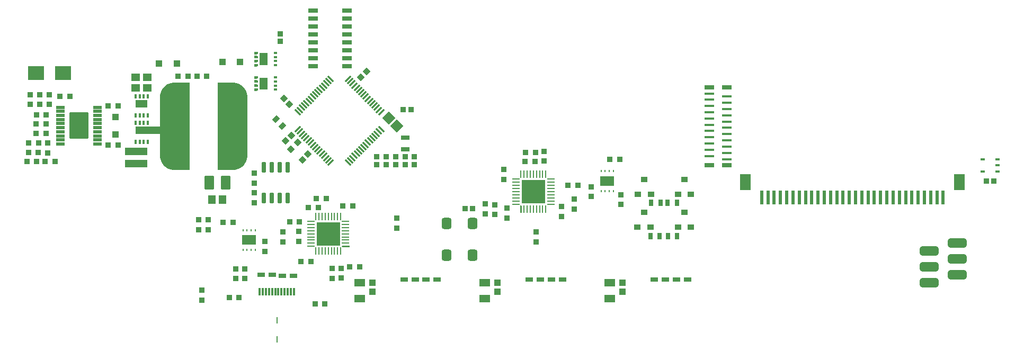
<source format=gtp>
G04 =========================================*
G04 Numerical Innovations - Layer Information*
G04 Units: English*
G04 Purpose: Paste Top*
G04 =========================================*
G04 FAB 3000 Version 8.3.44 (64-bit) - Gerber/CAM Software*
G04 RS274-X Output*
%FSLAX35Y35*%
%MIA0B0*%
%MOIN*%
%SFA1.000000B1.000000*%

%IPPOS*%
%AMROUNDEDRECTD27*
4,1,4,-0.023755,-0.000500,
0.023755,-0.000500,
0.023755,0.000500,
-0.023755,0.000500,
-0.023755,-0.000500,0.0*
4,1,4,-0.019045,-0.004710,
0.019045,-0.004710,
0.019045,0.004710,
-0.019045,0.004710,
-0.019045,-0.004710,0.0*
1,1,0.009420,-0.019050,0.000000*
1,1,0.009420,0.019050,0.000000*
1,1,0.009420,0.019050,0.000000*
1,1,0.009420,-0.019050,0.000000*
%
%AMROUNDEDRECTD28*
4,1,4,-0.004710,-0.019045,
0.004710,-0.019045,
0.004710,0.019045,
-0.004710,0.019045,
-0.004710,-0.019045,0.0*
4,1,4,-0.000500,-0.023755,
0.000500,-0.023755,
0.000500,0.023755,
-0.000500,0.023755,
-0.000500,-0.023755,0.0*
1,1,0.009420,0.000000,0.019050*
1,1,0.009420,0.000000,0.019050*
1,1,0.009420,0.000000,-0.019050*
1,1,0.009420,0.000000,-0.019050*
%
%AMROUNDEDRECTD31*
4,1,4,-0.019045,0.004710,
-0.019045,-0.004710,
0.019045,-0.004710,
0.019045,0.004710,
-0.019045,0.004710,0.0*
4,1,4,-0.023755,0.000500,
-0.023755,-0.000500,
0.023755,-0.000500,
0.023755,0.000500,
-0.023755,0.000500,0.0*
1,1,0.009420,0.019050,0.000000*
1,1,0.009420,0.019050,0.000000*
1,1,0.009420,-0.019050,0.000000*
1,1,0.009420,-0.019050,0.000000*
%
%AMROUNDEDRECTD32*
4,1,4,-0.000500,0.023755,
-0.000500,-0.023755,
0.000500,-0.023755,
0.000500,0.023755,
-0.000500,0.023755,0.0*
4,1,4,-0.004710,0.019045,
-0.004710,-0.019045,
0.004710,-0.019045,
0.004710,0.019045,
-0.004710,0.019045,0.0*
1,1,0.009420,0.000000,0.019050*
1,1,0.009420,0.000000,-0.019050*
1,1,0.009420,0.000000,-0.019050*
1,1,0.009420,0.000000,0.019050*
%
%AMROUNDEDRECTD38*
4,1,4,-0.011810,-0.030475,
0.011810,-0.030475,
0.011810,0.030475,
-0.011810,0.030475,
-0.011810,-0.030475,0.0*
4,1,4,-0.009805,-0.032480,
0.009805,-0.032480,
0.009805,0.032480,
-0.009805,0.032480,
-0.009805,-0.032480,0.0*
1,1,0.004020,-0.009800,0.030470*
1,1,0.004020,0.009800,0.030470*
1,1,0.004020,0.009800,-0.030470*
1,1,0.004020,-0.009800,-0.030470*
%
%AMDIAMOND39*
4,1,4,-0.026445,0.000000,
0.000000,-0.026445,
0.026445,0.000000,
0.000000,0.026445,
-0.026445,0.000000,0.0*
%
%AMROTATEDRECTD40*
4,1,5,-0.024360,0.000700,
-0.000700,0.024360,
0.024360,-0.000700,
0.000700,-0.024360,
-0.024360,0.000700,
-0.024360,0.000700,0.0*
%
%AMROTATEDRECTD43*
4,1,5,0.002780,0.025060,
0.025060,0.002780,
-0.002780,-0.025060,
-0.025060,-0.002780,
0.002780,0.025060,
0.002780,0.025060,0.0*
%
%AMROTATEDRECTD44*
4,1,5,0.000700,0.042450,
0.042450,0.000700,
-0.000700,-0.042450,
-0.042450,-0.000700,
0.000700,0.042450,
0.000700,0.042450,0.0*
%
%AMROUNDEDRECTD47*
4,1,4,-0.044290,0.029530,
-0.044290,-0.029530,
0.044290,-0.029530,
0.044290,0.029530,
-0.044290,0.029530,0.0*
4,1,4,-0.059055,0.014765,
-0.059055,-0.014765,
0.059055,-0.014765,
0.059055,0.014765,
-0.059055,0.014765,0.0*
1,1,0.029530,0.044290,0.014760*
1,1,0.029530,0.044290,-0.014760*
1,1,0.029530,-0.044290,-0.014760*
1,1,0.029530,-0.044290,0.014760*
%
%AMROUNDEDRECTD57*
4,1,4,0.015750,-0.035435,
0.015750,0.035435,
-0.015750,0.035435,
-0.015750,-0.035435,
0.015750,-0.035435,0.0*
4,1,4,0.031495,-0.019685,
0.031495,0.019685,
-0.031495,0.019685,
-0.031495,-0.019685,
0.031495,-0.019685,0.0*
1,1,0.031500,-0.015750,-0.019680*
1,1,0.031500,-0.015750,0.019680*
1,1,0.031500,0.015750,0.019680*
1,1,0.031500,0.015750,-0.019680*
%
%AMROUNDEDRECTD58*
4,1,4,0.025590,0.011220,
-0.025590,0.011220,
-0.025590,-0.011220,
0.025590,-0.011220,
0.025590,0.011220,0.0*
4,1,4,0.021850,0.014960,
-0.021850,0.014960,
-0.021850,-0.014960,
0.021850,-0.014960,
0.021850,0.014960,0.0*
1,1,0.007480,0.021850,-0.011220*
1,1,0.007480,-0.021850,-0.011220*
1,1,0.007480,-0.021850,0.011220*
1,1,0.007480,0.021850,0.011220*
%
%AMROUNDEDRECTD62*
4,1,4,0.025690,-0.042325,
0.025690,0.042325,
-0.025690,0.042325,
-0.025690,-0.042325,
0.025690,-0.042325,0.0*
4,1,4,0.028545,-0.039470,
0.028545,0.039470,
-0.028545,0.039470,
-0.028545,-0.039470,
0.028545,-0.039470,0.0*
1,1,0.005710,-0.025690,-0.039470*
1,1,0.005710,-0.025690,0.039470*
1,1,0.005710,0.025690,0.039470*
1,1,0.005710,0.025690,-0.039470*
%
%AMROUNDEDRECTD63*
4,1,4,-0.025610,0.008860,
-0.025610,-0.008860,
0.025610,-0.008860,
0.025610,0.008860,
-0.025610,0.008860,0.0*
4,1,4,-0.027560,0.006910,
-0.027560,-0.006910,
0.027560,-0.006910,
0.027560,0.006910,
-0.027560,0.006910,0.0*
1,1,0.003900,0.025610,0.006910*
1,1,0.003900,0.025610,-0.006910*
1,1,0.003900,-0.025610,-0.006910*
1,1,0.003900,-0.025610,0.006910*
%
%AMROUNDEDRECTD64*
4,1,4,0.059055,0.080905,
-0.059055,0.080905,
-0.059055,-0.080905,
0.059055,-0.080905,
0.059055,0.080905,0.0*
4,1,4,0.057285,0.082675,
-0.057285,0.082675,
-0.057285,-0.082675,
0.057285,-0.082675,
0.057285,0.082675,0.0*
1,1,0.003540,0.057280,-0.080910*
1,1,0.003540,-0.057280,-0.080910*
1,1,0.003540,-0.057280,0.080910*
1,1,0.003540,0.057280,0.080910*
%
%AMOVALD65*
4,1,4,-0.011137,-0.019488,
0.019488,0.011137,
0.011137,0.019488,
-0.019488,-0.011137,
-0.011137,-0.019488,0.0*
1,1,0.011810,0.015310,0.015310*
1,1,0.011810,-0.015310,-0.015310*
%
%AMOVALD66*
4,1,4,-0.019488,0.011137,
0.011137,-0.019488,
0.019488,-0.011137,
-0.011137,0.019488,
-0.019488,0.011137,0.0*
1,1,0.011810,0.015310,-0.015310*
1,1,0.011810,-0.015310,0.015310*
%
%AMDIAMOND67*
4,1,4,0.000000,0.026445,
-0.026445,0.000000,
0.000000,-0.026445,
0.026445,0.000000,
0.000000,0.026445,0.0*
%
%AMROUNDEDRECTD125*
4,1,4,0.019685,0.011810,
-0.019685,0.011810,
-0.019685,-0.011810,
0.019685,-0.011810,
0.019685,0.011810,0.0*
4,1,4,0.000500,0.031495,
-0.000500,0.031495,
-0.000500,-0.031495,
0.000500,-0.031495,
0.000500,0.031495,0.0*
1,1,0.039370,0.000000,-0.011810*
1,1,0.039370,0.000000,-0.011810*
1,1,0.039370,0.000000,0.011810*
1,1,0.039370,0.000000,0.011810*
%
%ADD10C,0.010000*%
%ADD11C,0.009840*%
%ADD12C,0.007870*%
%ADD13C,0.019680*%
%ADD14C,0.023620*%
%ADD15C,0.003940*%
%ADD16C,0.005000*%
%ADD17C,0.005910*%
%ADD18R,0.095860X0.095860*%
%ADD19R,0.095860X0.095860*%
%ADD20R,0.043310X0.043310*%
%ADD21R,0.043310X0.043310*%
%ADD22R,0.039370X0.035430*%
%ADD23R,0.031500X0.039370*%
%ADD24R,0.061020X0.025590*%
%ADD25R,0.151580X0.151580*%
%ADD26C,0.008480*%
%ADD27ROUNDEDRECTD27*%
%ADD28ROUNDEDRECTD28*%
%ADD29R,0.035430X0.037400*%
%ADD30R,0.033470X0.035430*%
%ADD31ROUNDEDRECTD31*%
%ADD32ROUNDEDRECTD32*%
%ADD33R,0.151580X0.151580*%
%ADD34R,0.035430X0.033470*%
%ADD35R,0.088580X0.059060*%
%ADD36O,0.009840X0.019680*%
%ADD37R,0.037400X0.035430*%
%ADD38ROUNDEDRECTD38*%
%ADD39DIAMOND39*%
%ADD40ROTATEDRECTD40*%
%ADD41R,0.098430X0.090550*%
%ADD42R,0.023620X0.016930*%
%ADD43ROTATEDRECTD43*%
%ADD44ROTATEDRECTD44*%
%ADD45R,0.013390X0.025590*%
%ADD46R,0.013390X0.031500*%
%ADD47ROUNDEDRECTD47*%
%ADD48R,0.070870X0.049210*%
%ADD49R,0.050000X0.030000*%
%ADD50R,0.043310X0.039370*%
%ADD51R,0.037400X0.037400*%
%ADD52R,0.027560X0.017720*%
%ADD53R,0.059060X0.015750*%
%ADD54R,0.059060X0.031500*%
%ADD55R,0.023620X0.086610*%
%ADD56R,0.070870X0.102360*%
%ADD57ROUNDEDRECTD57*%
%ADD58ROUNDEDRECTD58*%
%ADD59R,0.037400X0.037400*%
%ADD60R,0.055120X0.047240*%
%ADD61R,0.047240X0.055120*%
%ADD62ROUNDEDRECTD62*%
%ADD63ROUNDEDRECTD63*%
%ADD64ROUNDEDRECTD64*%
%ADD65OVALD65*%
%ADD66OVALD66*%
%ADD67DIAMOND67*%
%ADD68C,0.168310*%
%ADD69R,0.141730X0.051180*%
%ADD70R,0.007870X0.039370*%
%ADD71R,0.011810X0.047240*%
%ADD72C,0.047240*%
%ADD73R,0.074410X0.051580*%
%ADD104R,0.047240X0.047240*%
%ADD107R,0.047240X0.047240*%
%ADD115O,0.078870X0.067060*%
%ADD116C,0.008000*%
%ADD117C,0.084770*%
%ADD118R,0.084770X0.084770*%
%ADD119C,0.049340*%
%ADD120C,0.063910*%
%ADD121C,0.143830*%
%ADD122C,0.118240*%
%ADD123C,0.165480*%
%ADD124C,0.133980*%
%ADD125ROUNDEDRECTD125*%
%ADD126C,0.025590*%
%ADD127C,0.007870*%
%ADD128C,0.015750*%
%ADD129C,0.039370*%
%ADD130C,0.013780*%
%ADD131C,0.011810*%
%ADD132R,0.090160X0.067320*%
%ADD133O,0.070870X0.059060*%
%ADD134C,0.076770*%
%ADD135R,0.076770X0.076770*%
%ADD136C,0.041340*%
%ADD137C,0.055910*%
%ADD138C,0.135830*%
%ADD139C,0.110240*%
%ADD140C,0.157480*%
%ADD141C,0.125980*%
%ADD142C,0.031500*%
%ADD143C,0.055120*%
%ADD144C,0.019680*%
%ADD145C,0.007000*%
%ADD146C,0.001000*%
%LNuP-H Main PCBA Assy V04_0*%
%LPD*%
G54D61*
X156102Y221457D03*
G54D28*
X237117Y210960D03*
X235148D03*
X233179D03*
X231211D03*
X229242D03*
X227274D03*
X225306D03*
X223337D03*
X221368D03*
G54D37*
X341732Y210022D03*
X375984Y210809D03*
X272475Y209966D03*
G54D57*
X320079Y206403D03*
X303543D03*
G54D42*
X196125Y290806D03*
Y293365D03*
Y295924D03*
Y298483D03*
Y306201D03*
Y308760D03*
Y311319D03*
Y313878D03*
G54D43*
X196231Y272121D03*
G54D53*
X479921Y286417D03*
G54D65*
X254176Y285006D03*
X252785Y286398D03*
X251393Y287790D03*
G54D66*
X221048D03*
X219656Y286398D03*
X218264Y285006D03*
G54D67*
X201213Y285076D03*
G54D29*
X244685Y217717D03*
X238386D03*
G54D66*
X248609Y251878D03*
X247217Y250486D03*
X245825Y249094D03*
X244433Y247702D03*
X243041Y246310D03*
X241649Y244918D03*
X250001Y253270D03*
X251393Y254662D03*
X252785Y256054D03*
X254176Y257446D03*
G54D39*
X205906Y261970D03*
G54D65*
X209913Y265797D03*
X211305Y264405D03*
X212697Y263014D03*
G54D43*
X200407Y267945D03*
G54D66*
X216873Y283614D03*
X215480Y282222D03*
X214089Y280831D03*
X212697Y279438D03*
X211305Y278047D03*
X209913Y276655D03*
G54D67*
X204693Y281596D03*
G54D64*
X72280Y268120D03*
G54D21*
X95311Y262511D03*
X95313Y273532D03*
G54D29*
X90784Y280593D03*
X97083D03*
X90784Y255817D03*
X97083D03*
G54D63*
X83894Y256604D03*
Y259163D03*
Y261722D03*
Y264282D03*
Y279636D03*
Y277077D03*
Y274518D03*
Y271959D03*
Y269400D03*
Y266841D03*
G54D44*
X272398Y267977D03*
G54D66*
X262528Y265797D03*
X261136Y264405D03*
X259744Y263014D03*
X258352Y261622D03*
G54D23*
X442763Y219685D03*
G54D55*
X557087Y223031D03*
X553150D03*
X549213D03*
X545276D03*
X541339D03*
X537402D03*
X513779D03*
X521654D03*
X525591D03*
X533464D03*
X529528D03*
X517717D03*
G54D24*
X219578Y310728D03*
Y315728D03*
Y320728D03*
Y325728D03*
Y330728D03*
Y335728D03*
Y340728D03*
X241035D03*
Y335728D03*
Y330728D03*
Y325728D03*
Y320728D03*
Y315728D03*
Y310728D03*
G54D59*
X198916Y321105D03*
Y326027D03*
G54D54*
X479921Y292323D03*
X468898D03*
G54D53*
Y288386D03*
G54D44*
X267387Y272988D03*
G54D51*
X281201Y278346D03*
X276279D03*
G54D65*
X262528Y276655D03*
X261136Y278047D03*
X259744Y279438D03*
X258352Y280831D03*
X256960Y282222D03*
X255569Y283614D03*
G54D53*
X468898Y264764D03*
Y272638D03*
X479921Y270669D03*
Y282480D03*
X468898Y284449D03*
X479921Y278543D03*
X468898Y280512D03*
X479921Y274606D03*
X468898Y276575D03*
X479921Y266732D03*
X468898Y268701D03*
G54D55*
X561024Y223031D03*
X564961D03*
X568898D03*
X572835D03*
X576772D03*
X580709D03*
X584646D03*
X588583D03*
X592520D03*
X596457D03*
X600394D03*
X604331D03*
G54D51*
X643209Y233268D03*
X648130D03*
G54D52*
X640945Y239370D03*
Y246850D03*
X650394D03*
Y243110D03*
G54D55*
X608268Y223031D03*
X612205D03*
G54D56*
X626378Y232480D03*
G54D55*
X616142Y223031D03*
G54D52*
X650394Y239370D03*
G54D25*
X229242Y200032D03*
G54D28*
X221368Y189104D03*
G54D30*
X220866Y156024D03*
G54D70*
X196850Y133465D03*
Y145669D03*
G54D37*
X360039Y201105D03*
Y194806D03*
X272475Y203666D03*
G54D48*
X327764Y169390D03*
Y159350D03*
G54D50*
X335630Y169193D03*
G54D57*
X320079Y186403D03*
X303543D03*
G54D50*
X335630Y163484D03*
G54D49*
X297791Y171260D03*
X290791D03*
X277012D03*
X284012D03*
X355752D03*
X362752D03*
G54D34*
X147638Y202658D03*
Y208760D03*
X149606Y164469D03*
Y158366D03*
G54D37*
X153543Y202559D03*
Y208858D03*
G54D46*
X107972Y257874D03*
X110531D03*
G54D69*
X108268Y251772D03*
Y244291D03*
G54D62*
X154331Y232283D03*
G54D46*
X115650Y257874D03*
X113091D03*
G36*
X141929Y240158D02*
G01X132579D01*
X131658D01*
X129851Y240517D01*
X128150Y241222D01*
X126618Y242245D01*
X125316Y243547D01*
X124293Y245079D01*
X123588Y246780D01*
X123228Y248587D01*
Y249508D01*
Y285925D01*
Y286846D01*
X123588Y288653D01*
X124293Y290354D01*
X125316Y291886D01*
X126618Y293188D01*
X128150Y294211D01*
X129851Y294916D01*
X131658Y295276D01*
X132579D01*
X141929D01*
Y240158D01*
G37*
G54D68*
X132579Y267717D03*
G54D73*
X111811Y265335D03*
G54D72*
X114821Y265302D02*
G01X124696D01*
G54D46*
X107972Y274409D03*
X110531D03*
X113091D03*
X115650D03*
G54D73*
X111810Y281870D03*
G54D45*
X115650Y269980D03*
X113091D03*
X110531D03*
X107972D03*
G54D20*
X133859Y307086D03*
X122834Y307087D03*
G54D29*
X140945Y299213D03*
X134646D03*
G54D30*
X146555D03*
X152657D03*
G54D60*
X107874Y291929D03*
Y298622D03*
X115354Y291929D03*
Y298622D03*
G54D45*
X115650Y286516D03*
X113091D03*
X110531D03*
X107972D03*
G54D29*
X227953Y222146D03*
X221654D03*
X223039Y216672D03*
X216740D03*
G54D38*
X203558Y241915D03*
X198558D03*
X203558Y222624D03*
X198558D03*
G54D39*
X212869Y246639D03*
G54D65*
X225224Y250486D03*
X226616Y249094D03*
X228008Y247702D03*
X229400Y246310D03*
X230792Y244918D03*
G54D39*
X216349Y250119D03*
G54D65*
X221048Y254662D03*
X222440Y253270D03*
X223832Y251878D03*
G54D40*
X205807Y253354D03*
G54D65*
X218264Y257446D03*
X219656Y256054D03*
X216873Y258838D03*
X215480Y260230D03*
X214089Y261622D03*
G54D40*
X210122Y257669D03*
G54D39*
X202426Y258490D03*
G54D37*
X182672Y219671D03*
Y225971D03*
G54D62*
X164567Y232283D03*
G54D61*
X162795Y221457D03*
G54D38*
X188558Y222624D03*
X193558D03*
X188558Y241915D03*
X193558D03*
G54D37*
X182672Y231876D03*
Y238175D03*
G36*
X168996Y295276D02*
G01X169917D01*
X171723Y294916D01*
X173425Y294211D01*
X174957Y293188D01*
X176259Y291886D01*
X177282Y290354D01*
X177987Y288653D01*
X178347Y286846D01*
Y285925D01*
Y249508D01*
Y248587D01*
X177987Y246780D01*
X177282Y245079D01*
X176259Y243547D01*
X174957Y242245D01*
X173425Y241222D01*
X171723Y240517D01*
X169917Y240158D01*
X168996D01*
X159646D01*
Y295276D01*
X168996D01*
G37*
G54D68*
Y267717D03*
G54D32*
X350394Y237485D03*
X352362D03*
X354331D03*
X356299D03*
X358268D03*
X360236D03*
X362205D03*
X364173D03*
X366142D03*
G54D30*
X359599Y251117D03*
X353497D03*
G54D34*
X364961Y251870D03*
G54D66*
X255569Y258838D03*
X256960Y260230D03*
G54D58*
X277559Y260433D03*
Y253386D03*
G54D30*
X167028Y159843D03*
X173130D03*
G54D34*
X176772Y171752D03*
Y177854D03*
X170866Y171752D03*
Y177854D03*
G54D49*
X193956Y174256D03*
G54D71*
X187992Y163701D03*
X189961D03*
X195866D03*
X193898D03*
X191929D03*
X186024D03*
G54D49*
X186956Y174256D03*
G54D29*
X169191Y207291D03*
X162892D03*
G54D34*
X189270Y188984D03*
Y195087D03*
G54D36*
X183266Y189969D03*
X180707D03*
X178148D03*
X175589D03*
Y202370D03*
X178148D03*
X180707D03*
X183266D03*
G54D35*
X179427Y196169D03*
G54D63*
X60666Y277077D03*
G54D29*
X66572Y286624D03*
X60273D03*
G54D34*
X53580Y287707D03*
Y281604D03*
X47674D03*
G54D63*
X60666Y279636D03*
G54D41*
X45472Y301378D03*
X62402D03*
G54D34*
X41769Y281604D03*
Y287707D03*
X47674D03*
G54D32*
X364173Y215629D03*
G54D33*
X358268Y226557D03*
G54D29*
X379921Y230494D03*
X386220D03*
G54D31*
X369196Y234431D03*
Y232463D03*
Y230494D03*
Y228526D03*
Y226557D03*
G54D37*
X375984Y217108D03*
X383858Y221833D03*
Y215534D03*
G54D32*
X366142Y215629D03*
G54D31*
X369196Y218683D03*
Y220652D03*
Y222620D03*
Y224589D03*
G54D22*
X427953Y213517D03*
X424016Y224935D03*
X432283D03*
X428150Y234384D03*
G54D23*
X438386Y219685D03*
X432480D03*
G54D34*
X413386Y224687D03*
X394685Y223408D03*
Y229510D03*
G54D35*
X404752Y233250D03*
G54D36*
X408591Y227049D03*
X406032D03*
X403473D03*
X400913D03*
G54D34*
X413386Y218585D03*
G54D37*
X328051Y212665D03*
Y218965D03*
G54D51*
X320146Y215748D03*
X315224D03*
G54D34*
X333858Y218191D03*
Y212089D03*
G54D37*
X339567Y234234D03*
G54D29*
X46887Y257097D03*
X40587D03*
G54D30*
X40686Y251191D03*
G54D37*
X52595Y257293D03*
Y250994D03*
G54D63*
X60666Y256604D03*
Y259163D03*
G54D30*
X51119Y245482D03*
X57221D03*
X39702D03*
X45804D03*
X46788Y251191D03*
G54D29*
X45509Y263199D03*
X51808D03*
X45509Y269104D03*
X51808D03*
G54D63*
X60666Y261722D03*
Y264282D03*
Y266841D03*
Y269400D03*
Y271959D03*
Y274518D03*
G54D30*
X51710Y275010D03*
X45607D03*
G54D59*
X283465Y243602D03*
Y248524D03*
X277559Y243602D03*
Y248524D03*
X271654Y243602D03*
X259842Y248524D03*
Y243602D03*
X265748Y248524D03*
Y243602D03*
X271654Y248524D03*
G54D29*
X406363Y246850D03*
X412663D03*
X359449Y245455D03*
G54D36*
X406032Y239451D03*
X408591D03*
G54D37*
X339567Y240534D03*
G54D36*
X403473Y239451D03*
X400913D03*
G54D34*
X364961Y245768D03*
G54D29*
X353150Y245455D03*
G54D18*
X229242Y200032D03*
G54D26*
X240220Y192158D03*
G54D28*
X223337Y189104D03*
X225306D03*
G54D37*
X231784Y171850D03*
Y178150D03*
G54D34*
X237228Y172186D03*
Y178289D03*
G54D30*
X226969Y156024D03*
G54D28*
X237117Y189104D03*
X235148D03*
X233179D03*
X231211D03*
X229242D03*
X227274D03*
G36*
X242546Y191687D02*
G01X238172D01*
X237999Y191758D01*
X237867Y191891D01*
X237795Y192064D01*
Y192158D01*
Y192251D01*
X237867Y192424D01*
X237999Y192557D01*
X238172Y192629D01*
X242546D01*
Y191687D01*
G37*
G54D27*
X240171Y194126D03*
Y196095D03*
Y198063D03*
Y200032D03*
Y202000D03*
Y203969D03*
Y205937D03*
Y207906D03*
G54D29*
X242825Y179362D03*
G54D50*
X256890Y163484D03*
Y169193D03*
G54D48*
X249016Y169390D03*
Y159350D03*
G54D29*
X249124Y179362D03*
G54D49*
X207240Y173639D03*
G54D71*
X197835Y163701D03*
X207677D03*
X205709D03*
X203740D03*
X201772D03*
X199803D03*
G54D49*
X200240Y173639D03*
G54D29*
X211920Y182709D03*
X218219D03*
G54D27*
X218314Y207906D03*
Y205937D03*
Y203969D03*
Y202000D03*
Y200032D03*
Y198063D03*
Y196095D03*
Y194126D03*
G54D37*
X210542Y195110D03*
Y201410D03*
G54D34*
X200728Y195012D03*
Y201114D03*
G54D30*
X204931Y207618D03*
X211034D03*
G54D27*
X218314Y192158D03*
G36*
X350660Y217933D02*
G01X350793Y217800D01*
X350865Y217627D01*
Y217534D01*
Y213254D01*
X349923D01*
Y217534D01*
Y217627D01*
X349994Y217800D01*
X350127Y217933D01*
X350300Y218005D01*
X350487D01*
X350660Y217933D01*
G37*
G54D31*
X347340Y230494D03*
Y232463D03*
Y234431D03*
G54D37*
X341732Y216321D03*
G54D31*
X347340Y228526D03*
Y226557D03*
Y224589D03*
Y222620D03*
Y220652D03*
Y218683D03*
G54D26*
X350394Y215580D03*
G54D19*
X358268Y226557D03*
G54D32*
X362205Y215629D03*
X360236D03*
X358268D03*
X356299D03*
X354331D03*
X352362D03*
G54D24*
X219578Y305728D03*
G54D66*
X229400Y296142D03*
X222440Y289182D03*
X223832Y290574D03*
X225224Y291966D03*
X226616Y293358D03*
X228008Y294750D03*
X230792Y297534D03*
G54D24*
X241035Y305728D03*
G54D65*
X241649Y297534D03*
X243041Y296142D03*
X244433Y294750D03*
X245825Y293358D03*
X247217Y291966D03*
X248609Y290574D03*
X250001Y289182D03*
G54D39*
X253272Y302197D03*
X249792Y298717D03*
G54D47*
X625000Y194291D03*
Y184291D03*
Y174291D03*
X607283Y189291D03*
Y179291D03*
Y169291D03*
G54D22*
X449213Y224935D03*
X457480D03*
X453346Y234384D03*
G54D55*
X501968Y223031D03*
X505905D03*
X509842D03*
G54D56*
X491732Y232480D03*
G54D23*
X448668Y219685D03*
G54D22*
X453346Y213517D03*
G54D54*
X468898Y243110D03*
X479921D03*
G54D53*
Y254921D03*
X468898Y256890D03*
X479921Y262795D03*
X468898Y260827D03*
X479921Y258858D03*
X468898Y252953D03*
Y249016D03*
X479921Y250984D03*
Y247047D03*
G54D48*
X406496Y169390D03*
Y159350D03*
G54D49*
X369531Y171260D03*
G54D50*
X414370Y169193D03*
Y163484D03*
G54D49*
X455272Y171260D03*
X448272D03*
X434492D03*
X441492D03*
X376532D03*
G54D22*
X423819Y204068D03*
G54D23*
X442913Y198557D03*
X448819D03*
X437795D03*
X431890D03*
G54D22*
X457480Y204068D03*
X449213D03*
X432087D03*
G54D42*
X183921Y298483D03*
Y295924D03*
Y293365D03*
Y290806D03*
G36*
X184511Y289959D02*
G01X182740D01*
Y291652D01*
X184511D01*
Y289959D01*
G37*
G36*
X190938Y290904D02*
G01X185958D01*
Y298385D01*
X190938D01*
Y290904D01*
G37*
G36*
X184511Y292518D02*
G01X182740D01*
Y294211D01*
X184511D01*
Y292518D01*
G37*
G36*
Y295077D02*
G01X182740D01*
Y296770D01*
X184511D01*
Y295077D01*
G37*
G36*
Y297637D02*
G01X182740D01*
Y299329D01*
X184511D01*
Y297637D01*
G37*
G36*
Y313032D02*
G01X182740D01*
Y314724D01*
X184511D01*
Y313032D01*
G37*
G36*
Y310472D02*
G01X182740D01*
Y312165D01*
X184511D01*
Y310472D01*
G37*
G36*
Y307913D02*
G01X182740D01*
Y309606D01*
X184511D01*
Y307913D01*
G37*
G54D42*
X183921Y313878D03*
Y311319D03*
Y308760D03*
Y306201D03*
G54D20*
X173623Y308267D03*
X162598Y308268D03*
G36*
X184511Y305354D02*
G01X182740D01*
Y307047D01*
X184511D01*
Y305354D01*
G37*
G36*
X190938Y306299D02*
G01X185958D01*
Y313779D01*
X190938D01*
Y306299D01*
G37*
M02*
</source>
